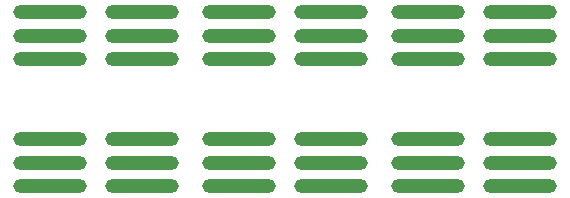
<source format=gbr>
%TF.GenerationSoftware,KiCad,Pcbnew,7.0.9*%
%TF.CreationDate,2025-07-28T09:11:42-04:00*%
%TF.ProjectId,bb8DomeNeopixels,62623844-6f6d-4654-9e65-6f706978656c,rev?*%
%TF.SameCoordinates,Original*%
%TF.FileFunction,Paste,Top*%
%TF.FilePolarity,Positive*%
%FSLAX46Y46*%
G04 Gerber Fmt 4.6, Leading zero omitted, Abs format (unit mm)*
G04 Created by KiCad (PCBNEW 7.0.9) date 2025-07-28 09:11:42*
%MOMM*%
%LPD*%
G01*
G04 APERTURE LIST*
G04 Aperture macros list*
%AMRoundRect*
0 Rectangle with rounded corners*
0 $1 Rounding radius*
0 $2 $3 $4 $5 $6 $7 $8 $9 X,Y pos of 4 corners*
0 Add a 4 corners polygon primitive as box body*
4,1,4,$2,$3,$4,$5,$6,$7,$8,$9,$2,$3,0*
0 Add four circle primitives for the rounded corners*
1,1,$1+$1,$2,$3*
1,1,$1+$1,$4,$5*
1,1,$1+$1,$6,$7*
1,1,$1+$1,$8,$9*
0 Add four rect primitives between the rounded corners*
20,1,$1+$1,$2,$3,$4,$5,0*
20,1,$1+$1,$4,$5,$6,$7,0*
20,1,$1+$1,$6,$7,$8,$9,0*
20,1,$1+$1,$8,$9,$2,$3,0*%
G04 Aperture macros list end*
%ADD10RoundRect,0.600000X-2.525000X0.000000X2.525000X0.000000X2.525000X0.000000X-2.525000X0.000000X0*%
%ADD11RoundRect,0.600000X2.525000X0.000000X-2.525000X0.000000X-2.525000X0.000000X2.525000X0.000000X0*%
G04 APERTURE END LIST*
D10*
%TO.C,U7*%
X136755000Y-72167500D03*
X136755000Y-74167500D03*
X136755000Y-76167500D03*
X144505000Y-72167500D03*
X144505000Y-74167500D03*
X144505000Y-76167500D03*
%TD*%
D11*
%TO.C,U5*%
X128505000Y-86917500D03*
X128505000Y-84917500D03*
X128505000Y-82917500D03*
X120755000Y-86917500D03*
X120755000Y-84917500D03*
X120755000Y-82917500D03*
%TD*%
D10*
%TO.C,U10*%
X152755000Y-72162500D03*
X152755000Y-74162500D03*
X152755000Y-76162500D03*
X160505000Y-72162500D03*
X160505000Y-74162500D03*
X160505000Y-76162500D03*
%TD*%
D11*
%TO.C,U11*%
X160505000Y-86912500D03*
X160505000Y-84912500D03*
X160505000Y-82912500D03*
X152755000Y-86912500D03*
X152755000Y-84912500D03*
X152755000Y-82912500D03*
%TD*%
%TO.C,U8*%
X144505000Y-86917500D03*
X144505000Y-84917500D03*
X144505000Y-82917500D03*
X136755000Y-86917500D03*
X136755000Y-84917500D03*
X136755000Y-82917500D03*
%TD*%
D10*
%TO.C,U4*%
X120755000Y-72167500D03*
X120755000Y-74167500D03*
X120755000Y-76167500D03*
X128505000Y-72167500D03*
X128505000Y-74167500D03*
X128505000Y-76167500D03*
%TD*%
M02*

</source>
